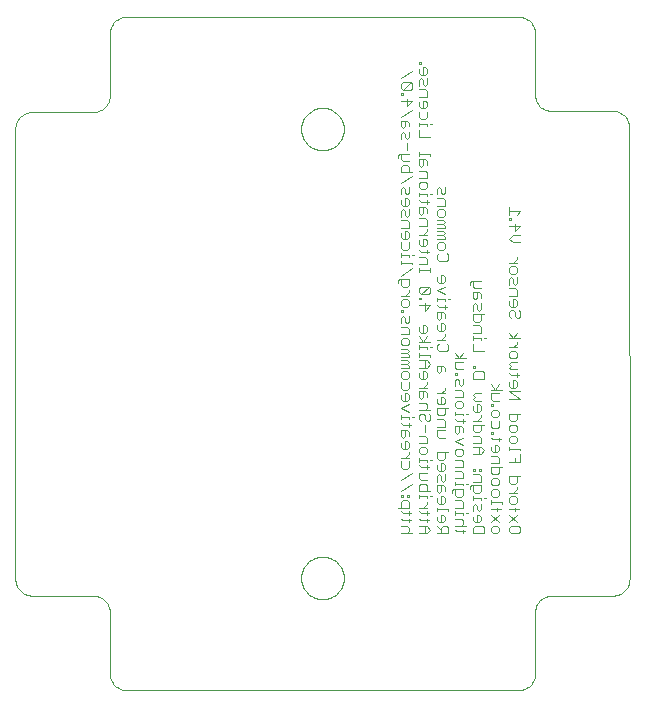
<source format=gbo>
G75*
%MOIN*%
%OFA0B0*%
%FSLAX24Y24*%
%IPPOS*%
%LPD*%
%AMOC8*
5,1,8,0,0,1.08239X$1,22.5*
%
%ADD10C,0.0000*%
%ADD11C,0.0030*%
D10*
X003547Y002773D02*
X003545Y002819D01*
X003539Y002865D01*
X003530Y002910D01*
X003517Y002954D01*
X003500Y002997D01*
X003480Y003038D01*
X003456Y003078D01*
X003430Y003115D01*
X003400Y003150D01*
X003367Y003183D01*
X003332Y003213D01*
X003295Y003239D01*
X003255Y003263D01*
X003214Y003283D01*
X003171Y003300D01*
X003127Y003313D01*
X003082Y003322D01*
X003036Y003328D01*
X002990Y003330D01*
X000954Y003330D01*
X000954Y003329D02*
X000908Y003331D01*
X000862Y003337D01*
X000817Y003346D01*
X000773Y003359D01*
X000730Y003376D01*
X000689Y003396D01*
X000649Y003420D01*
X000612Y003446D01*
X000577Y003476D01*
X000544Y003509D01*
X000514Y003544D01*
X000488Y003581D01*
X000464Y003621D01*
X000444Y003662D01*
X000427Y003705D01*
X000414Y003749D01*
X000405Y003794D01*
X000399Y003840D01*
X000397Y003886D01*
X000397Y018907D01*
X000398Y018907D02*
X000400Y018952D01*
X000405Y018996D01*
X000415Y019040D01*
X000427Y019082D01*
X000443Y019124D01*
X000463Y019164D01*
X000486Y019202D01*
X000512Y019239D01*
X000541Y019273D01*
X000572Y019304D01*
X000606Y019333D01*
X000643Y019359D01*
X000681Y019382D01*
X000721Y019402D01*
X000763Y019418D01*
X000805Y019430D01*
X000849Y019440D01*
X000893Y019445D01*
X000938Y019447D01*
X000938Y019448D02*
X002973Y019448D01*
X002973Y019447D02*
X003018Y019449D01*
X003063Y019454D01*
X003107Y019463D01*
X003150Y019475D01*
X003193Y019491D01*
X003234Y019510D01*
X003273Y019532D01*
X003310Y019557D01*
X003346Y019585D01*
X003379Y019615D01*
X003409Y019648D01*
X003437Y019684D01*
X003462Y019721D01*
X003484Y019760D01*
X003503Y019801D01*
X003519Y019844D01*
X003531Y019887D01*
X003540Y019931D01*
X003545Y019976D01*
X003547Y020021D01*
X003547Y022064D01*
X003549Y022110D01*
X003555Y022156D01*
X003564Y022201D01*
X003577Y022245D01*
X003594Y022288D01*
X003614Y022329D01*
X003638Y022369D01*
X003664Y022406D01*
X003694Y022441D01*
X003727Y022474D01*
X003762Y022504D01*
X003799Y022530D01*
X003839Y022554D01*
X003880Y022574D01*
X003923Y022591D01*
X003967Y022604D01*
X004012Y022613D01*
X004058Y022619D01*
X004104Y022621D01*
X017164Y022621D01*
X017210Y022619D01*
X017256Y022613D01*
X017301Y022604D01*
X017345Y022591D01*
X017388Y022574D01*
X017429Y022554D01*
X017469Y022530D01*
X017506Y022504D01*
X017541Y022474D01*
X017574Y022441D01*
X017604Y022406D01*
X017630Y022369D01*
X017654Y022329D01*
X017674Y022288D01*
X017691Y022245D01*
X017704Y022201D01*
X017713Y022156D01*
X017719Y022110D01*
X017721Y022064D01*
X017720Y022064D02*
X017720Y020033D01*
X017722Y019988D01*
X017727Y019943D01*
X017737Y019899D01*
X017750Y019856D01*
X017766Y019814D01*
X017786Y019773D01*
X017809Y019734D01*
X017835Y019698D01*
X017864Y019663D01*
X017896Y019631D01*
X017931Y019602D01*
X017967Y019576D01*
X018006Y019553D01*
X018047Y019533D01*
X018089Y019517D01*
X018132Y019504D01*
X018176Y019494D01*
X018221Y019489D01*
X018266Y019487D01*
X020300Y019487D01*
X020299Y019487D02*
X020346Y019485D01*
X020392Y019479D01*
X020437Y019470D01*
X020482Y019456D01*
X020525Y019439D01*
X020567Y019419D01*
X020607Y019395D01*
X020645Y019368D01*
X020680Y019338D01*
X020713Y019305D01*
X020743Y019270D01*
X020770Y019232D01*
X020794Y019192D01*
X020815Y019150D01*
X020832Y019107D01*
X020845Y019062D01*
X020854Y019017D01*
X020860Y018970D01*
X020862Y018924D01*
X020870Y003888D01*
X020870Y003887D02*
X020868Y003841D01*
X020863Y003795D01*
X020853Y003750D01*
X020840Y003706D01*
X020823Y003663D01*
X020803Y003622D01*
X020780Y003582D01*
X020753Y003544D01*
X020723Y003509D01*
X020691Y003477D01*
X020656Y003447D01*
X020618Y003420D01*
X020578Y003396D01*
X020537Y003376D01*
X020494Y003359D01*
X020450Y003346D01*
X020405Y003337D01*
X020359Y003331D01*
X020313Y003329D01*
X020313Y003330D02*
X018277Y003330D01*
X018231Y003328D01*
X018185Y003322D01*
X018140Y003313D01*
X018096Y003300D01*
X018053Y003283D01*
X018012Y003263D01*
X017972Y003239D01*
X017935Y003213D01*
X017900Y003183D01*
X017867Y003150D01*
X017837Y003115D01*
X017811Y003078D01*
X017787Y003038D01*
X017767Y002997D01*
X017750Y002954D01*
X017737Y002910D01*
X017728Y002865D01*
X017722Y002819D01*
X017720Y002773D01*
X017720Y000737D01*
X017721Y000737D02*
X017719Y000691D01*
X017713Y000645D01*
X017704Y000600D01*
X017691Y000556D01*
X017674Y000513D01*
X017654Y000472D01*
X017630Y000432D01*
X017604Y000395D01*
X017574Y000360D01*
X017541Y000327D01*
X017506Y000297D01*
X017469Y000271D01*
X017429Y000247D01*
X017388Y000227D01*
X017345Y000210D01*
X017301Y000197D01*
X017256Y000188D01*
X017210Y000182D01*
X017164Y000180D01*
X004104Y000180D01*
X004058Y000182D01*
X004012Y000188D01*
X003967Y000197D01*
X003923Y000210D01*
X003880Y000227D01*
X003839Y000247D01*
X003799Y000271D01*
X003762Y000297D01*
X003727Y000327D01*
X003694Y000360D01*
X003664Y000395D01*
X003638Y000432D01*
X003614Y000472D01*
X003594Y000513D01*
X003577Y000556D01*
X003564Y000600D01*
X003555Y000645D01*
X003549Y000691D01*
X003547Y000737D01*
X003547Y002773D01*
X009925Y003920D02*
X009927Y003973D01*
X009933Y004026D01*
X009943Y004078D01*
X009956Y004129D01*
X009974Y004179D01*
X009995Y004228D01*
X010020Y004275D01*
X010048Y004319D01*
X010080Y004362D01*
X010114Y004402D01*
X010152Y004440D01*
X010192Y004474D01*
X010235Y004506D01*
X010280Y004534D01*
X010326Y004559D01*
X010375Y004580D01*
X010425Y004598D01*
X010476Y004611D01*
X010528Y004621D01*
X010581Y004627D01*
X010634Y004629D01*
X010687Y004627D01*
X010740Y004621D01*
X010792Y004611D01*
X010843Y004598D01*
X010893Y004580D01*
X010942Y004559D01*
X010989Y004534D01*
X011033Y004506D01*
X011076Y004474D01*
X011116Y004440D01*
X011154Y004402D01*
X011188Y004362D01*
X011220Y004319D01*
X011248Y004274D01*
X011273Y004228D01*
X011294Y004179D01*
X011312Y004129D01*
X011325Y004078D01*
X011335Y004026D01*
X011341Y003973D01*
X011343Y003920D01*
X011341Y003867D01*
X011335Y003814D01*
X011325Y003762D01*
X011312Y003711D01*
X011294Y003661D01*
X011273Y003612D01*
X011248Y003565D01*
X011220Y003521D01*
X011188Y003478D01*
X011154Y003438D01*
X011116Y003400D01*
X011076Y003366D01*
X011033Y003334D01*
X010988Y003306D01*
X010942Y003281D01*
X010893Y003260D01*
X010843Y003242D01*
X010792Y003229D01*
X010740Y003219D01*
X010687Y003213D01*
X010634Y003211D01*
X010581Y003213D01*
X010528Y003219D01*
X010476Y003229D01*
X010425Y003242D01*
X010375Y003260D01*
X010326Y003281D01*
X010279Y003306D01*
X010235Y003334D01*
X010192Y003366D01*
X010152Y003400D01*
X010114Y003438D01*
X010080Y003478D01*
X010048Y003521D01*
X010020Y003566D01*
X009995Y003612D01*
X009974Y003661D01*
X009956Y003711D01*
X009943Y003762D01*
X009933Y003814D01*
X009927Y003867D01*
X009925Y003920D01*
X009925Y018881D02*
X009927Y018934D01*
X009933Y018987D01*
X009943Y019039D01*
X009956Y019090D01*
X009974Y019140D01*
X009995Y019189D01*
X010020Y019236D01*
X010048Y019280D01*
X010080Y019323D01*
X010114Y019363D01*
X010152Y019401D01*
X010192Y019435D01*
X010235Y019467D01*
X010280Y019495D01*
X010326Y019520D01*
X010375Y019541D01*
X010425Y019559D01*
X010476Y019572D01*
X010528Y019582D01*
X010581Y019588D01*
X010634Y019590D01*
X010687Y019588D01*
X010740Y019582D01*
X010792Y019572D01*
X010843Y019559D01*
X010893Y019541D01*
X010942Y019520D01*
X010989Y019495D01*
X011033Y019467D01*
X011076Y019435D01*
X011116Y019401D01*
X011154Y019363D01*
X011188Y019323D01*
X011220Y019280D01*
X011248Y019235D01*
X011273Y019189D01*
X011294Y019140D01*
X011312Y019090D01*
X011325Y019039D01*
X011335Y018987D01*
X011341Y018934D01*
X011343Y018881D01*
X011341Y018828D01*
X011335Y018775D01*
X011325Y018723D01*
X011312Y018672D01*
X011294Y018622D01*
X011273Y018573D01*
X011248Y018526D01*
X011220Y018482D01*
X011188Y018439D01*
X011154Y018399D01*
X011116Y018361D01*
X011076Y018327D01*
X011033Y018295D01*
X010988Y018267D01*
X010942Y018242D01*
X010893Y018221D01*
X010843Y018203D01*
X010792Y018190D01*
X010740Y018180D01*
X010687Y018174D01*
X010634Y018172D01*
X010581Y018174D01*
X010528Y018180D01*
X010476Y018190D01*
X010425Y018203D01*
X010375Y018221D01*
X010326Y018242D01*
X010279Y018267D01*
X010235Y018295D01*
X010192Y018327D01*
X010152Y018361D01*
X010114Y018399D01*
X010080Y018439D01*
X010048Y018482D01*
X010020Y018527D01*
X009995Y018573D01*
X009974Y018622D01*
X009956Y018672D01*
X009943Y018723D01*
X009933Y018775D01*
X009927Y018828D01*
X009925Y018881D01*
D11*
X013139Y017993D02*
X013139Y017931D01*
X013139Y017993D02*
X013201Y018054D01*
X013510Y018054D01*
X013448Y018176D02*
X013448Y018423D01*
X013448Y018544D02*
X013510Y018606D01*
X013510Y018791D01*
X013386Y018729D02*
X013386Y018606D01*
X013448Y018544D01*
X013263Y018544D02*
X013263Y018729D01*
X013325Y018791D01*
X013386Y018729D01*
X013325Y018912D02*
X013386Y018974D01*
X013386Y019159D01*
X013448Y019159D02*
X013263Y019159D01*
X013263Y018974D01*
X013325Y018912D01*
X013510Y018974D02*
X013510Y019098D01*
X013448Y019159D01*
X013263Y019281D02*
X013633Y019528D01*
X013448Y019649D02*
X013448Y019896D01*
X013325Y020017D02*
X013325Y020079D01*
X013263Y020079D01*
X013263Y020017D01*
X013325Y020017D01*
X013325Y020202D02*
X013263Y020263D01*
X013263Y020387D01*
X013325Y020448D01*
X013571Y020448D01*
X013325Y020202D01*
X013571Y020202D01*
X013633Y020263D01*
X013633Y020387D01*
X013571Y020448D01*
X013863Y020509D02*
X013925Y020571D01*
X013986Y020509D01*
X013986Y020386D01*
X014048Y020324D01*
X014110Y020386D01*
X014110Y020571D01*
X014048Y020693D02*
X014110Y020754D01*
X014110Y020878D01*
X014048Y020940D01*
X013986Y020940D01*
X013986Y020693D01*
X013925Y020693D02*
X014048Y020693D01*
X013925Y020693D02*
X013863Y020754D01*
X013863Y020878D01*
X013863Y021061D02*
X013863Y021123D01*
X013925Y021123D01*
X013925Y021061D01*
X013863Y021061D01*
X013633Y020817D02*
X013263Y020570D01*
X013863Y020509D02*
X013863Y020324D01*
X013863Y020203D02*
X014048Y020203D01*
X014110Y020141D01*
X014110Y019956D01*
X013863Y019956D01*
X013986Y019835D02*
X013986Y019588D01*
X013925Y019588D02*
X014048Y019588D01*
X014110Y019649D01*
X014110Y019773D01*
X014048Y019835D01*
X013986Y019835D01*
X013863Y019773D02*
X013863Y019649D01*
X013925Y019588D01*
X013863Y019466D02*
X013863Y019281D01*
X013925Y019219D01*
X014048Y019219D01*
X014110Y019281D01*
X014110Y019466D01*
X014110Y019036D02*
X013863Y019036D01*
X013863Y019097D02*
X013863Y018974D01*
X013863Y018852D02*
X013863Y018606D01*
X014233Y018606D01*
X014110Y018974D02*
X014110Y019036D01*
X014233Y019036D02*
X014295Y019036D01*
X013633Y019834D02*
X013448Y019649D01*
X013263Y019834D02*
X013633Y019834D01*
X013863Y018115D02*
X013863Y017992D01*
X013863Y018053D02*
X014233Y018053D01*
X014233Y017992D01*
X014110Y017809D02*
X014110Y017685D01*
X014110Y017809D02*
X014048Y017870D01*
X013863Y017870D01*
X013863Y017685D01*
X013925Y017623D01*
X013986Y017685D01*
X013986Y017870D01*
X014048Y017502D02*
X013863Y017502D01*
X014048Y017502D02*
X014110Y017440D01*
X014110Y017255D01*
X013863Y017255D01*
X013925Y017134D02*
X014048Y017134D01*
X014110Y017072D01*
X014110Y016948D01*
X014048Y016887D01*
X013925Y016887D01*
X013863Y016948D01*
X013863Y017072D01*
X013925Y017134D01*
X013633Y017318D02*
X013263Y017071D01*
X013325Y016949D02*
X013263Y016888D01*
X013263Y016703D01*
X013386Y016764D02*
X013386Y016888D01*
X013325Y016949D01*
X013510Y016949D02*
X013510Y016764D01*
X013448Y016703D01*
X013386Y016764D01*
X013386Y016581D02*
X013386Y016334D01*
X013325Y016334D02*
X013448Y016334D01*
X013510Y016396D01*
X013510Y016519D01*
X013448Y016581D01*
X013386Y016581D01*
X013263Y016519D02*
X013263Y016396D01*
X013325Y016334D01*
X013325Y016213D02*
X013386Y016151D01*
X013386Y016028D01*
X013448Y015966D01*
X013510Y016028D01*
X013510Y016213D01*
X013325Y016213D02*
X013263Y016151D01*
X013263Y015966D01*
X013263Y015845D02*
X013448Y015845D01*
X013510Y015783D01*
X013510Y015598D01*
X013263Y015598D01*
X013386Y015476D02*
X013386Y015229D01*
X013325Y015229D02*
X013448Y015229D01*
X013510Y015291D01*
X013510Y015414D01*
X013448Y015476D01*
X013386Y015476D01*
X013263Y015414D02*
X013263Y015291D01*
X013325Y015229D01*
X013263Y015108D02*
X013263Y014923D01*
X013325Y014861D01*
X013448Y014861D01*
X013510Y014923D01*
X013510Y015108D01*
X013863Y015169D02*
X013863Y015045D01*
X013925Y014984D01*
X014048Y014984D01*
X014110Y015045D01*
X014110Y015169D01*
X014048Y015231D01*
X013986Y015231D01*
X013986Y014984D01*
X013863Y014862D02*
X013925Y014800D01*
X014171Y014800D01*
X014110Y014738D02*
X014110Y014862D01*
X014048Y014617D02*
X013863Y014617D01*
X013695Y014677D02*
X013633Y014677D01*
X013510Y014677D02*
X013263Y014677D01*
X013263Y014615D02*
X013263Y014739D01*
X013263Y014493D02*
X013263Y014370D01*
X013263Y014432D02*
X013633Y014432D01*
X013633Y014370D01*
X013633Y014248D02*
X013263Y014002D01*
X013263Y013880D02*
X013263Y013695D01*
X013325Y013633D01*
X013448Y013633D01*
X013510Y013695D01*
X013510Y013880D01*
X013201Y013880D01*
X013139Y013818D01*
X013139Y013757D01*
X013510Y013512D02*
X013510Y013450D01*
X013386Y013326D01*
X013263Y013326D02*
X013510Y013326D01*
X013448Y013205D02*
X013510Y013143D01*
X013510Y013020D01*
X013448Y012958D01*
X013325Y012958D01*
X013263Y013020D01*
X013263Y013143D01*
X013325Y013205D01*
X013448Y013205D01*
X013325Y012836D02*
X013263Y012836D01*
X013263Y012774D01*
X013325Y012774D01*
X013325Y012836D01*
X013325Y012652D02*
X013263Y012591D01*
X013263Y012406D01*
X013263Y012284D02*
X013448Y012284D01*
X013510Y012222D01*
X013510Y012037D01*
X013263Y012037D01*
X013325Y011916D02*
X013263Y011854D01*
X013263Y011731D01*
X013325Y011669D01*
X013448Y011669D01*
X013510Y011731D01*
X013510Y011854D01*
X013448Y011916D01*
X013325Y011916D01*
X013263Y011548D02*
X013448Y011548D01*
X013510Y011486D01*
X013448Y011424D01*
X013263Y011424D01*
X013263Y011301D02*
X013510Y011301D01*
X013510Y011362D01*
X013448Y011424D01*
X013448Y011179D02*
X013263Y011179D01*
X013263Y011056D02*
X013448Y011056D01*
X013510Y011117D01*
X013448Y011179D01*
X013448Y011056D02*
X013510Y010994D01*
X013510Y010932D01*
X013263Y010932D01*
X013325Y010811D02*
X013263Y010749D01*
X013263Y010626D01*
X013325Y010564D01*
X013448Y010564D01*
X013510Y010626D01*
X013510Y010749D01*
X013448Y010811D01*
X013325Y010811D01*
X013263Y010443D02*
X013263Y010257D01*
X013325Y010196D01*
X013448Y010196D01*
X013510Y010257D01*
X013510Y010443D01*
X013448Y010074D02*
X013386Y010074D01*
X013386Y009827D01*
X013325Y009827D02*
X013448Y009827D01*
X013510Y009889D01*
X013510Y010013D01*
X013448Y010074D01*
X013263Y010013D02*
X013263Y009889D01*
X013325Y009827D01*
X013510Y009706D02*
X013263Y009582D01*
X013510Y009459D01*
X013510Y009275D02*
X013263Y009275D01*
X013263Y009214D02*
X013263Y009337D01*
X013263Y009091D02*
X013325Y009030D01*
X013571Y009030D01*
X013510Y008968D02*
X013510Y009091D01*
X013510Y009214D02*
X013510Y009275D01*
X013633Y009275D02*
X013695Y009275D01*
X013863Y009214D02*
X013925Y009152D01*
X013863Y009214D02*
X013863Y009337D01*
X013925Y009399D01*
X013986Y009399D01*
X014048Y009337D01*
X014048Y009214D01*
X014110Y009152D01*
X014171Y009152D01*
X014233Y009214D01*
X014233Y009337D01*
X014171Y009399D01*
X014233Y009520D02*
X013863Y009520D01*
X014048Y009520D02*
X014110Y009582D01*
X014110Y009706D01*
X014048Y009767D01*
X013863Y009767D01*
X013925Y009889D02*
X013986Y009950D01*
X013986Y010136D01*
X014048Y010136D02*
X013863Y010136D01*
X013863Y009950D01*
X013925Y009889D01*
X014110Y009950D02*
X014110Y010074D01*
X014048Y010136D01*
X013986Y010257D02*
X014110Y010381D01*
X014110Y010442D01*
X014048Y010564D02*
X013925Y010564D01*
X013863Y010626D01*
X013863Y010749D01*
X013986Y010811D02*
X013986Y010564D01*
X014048Y010564D02*
X014110Y010626D01*
X014110Y010749D01*
X014048Y010811D01*
X013986Y010811D01*
X014048Y010932D02*
X014048Y011179D01*
X014110Y011179D02*
X013863Y011179D01*
X013863Y011301D02*
X013863Y011424D01*
X013863Y011362D02*
X014233Y011362D01*
X014233Y011301D01*
X014110Y011179D02*
X014233Y011056D01*
X014110Y010932D01*
X013863Y010932D01*
X014463Y010995D02*
X014463Y010810D01*
X014525Y010748D01*
X014586Y010810D01*
X014586Y010995D01*
X014648Y010995D02*
X014463Y010995D01*
X014648Y010995D02*
X014710Y010933D01*
X014710Y010810D01*
X015063Y010748D02*
X015063Y010687D01*
X015125Y010687D01*
X015125Y010748D01*
X015063Y010748D01*
X015125Y010871D02*
X015063Y010933D01*
X015063Y011118D01*
X015310Y011118D01*
X015433Y011239D02*
X015063Y011239D01*
X015186Y011239D02*
X015063Y011424D01*
X015186Y011239D02*
X015310Y011424D01*
X015663Y011485D02*
X015663Y011732D01*
X015663Y011853D02*
X015663Y011977D01*
X015663Y011915D02*
X015910Y011915D01*
X015910Y011853D01*
X016033Y011915D02*
X016095Y011915D01*
X015910Y012099D02*
X015910Y012284D01*
X015848Y012346D01*
X015663Y012346D01*
X015725Y012467D02*
X015848Y012467D01*
X015910Y012529D01*
X015910Y012714D01*
X016033Y012714D02*
X015663Y012714D01*
X015663Y012529D01*
X015725Y012467D01*
X015663Y012099D02*
X015910Y012099D01*
X016033Y011485D02*
X015663Y011485D01*
X015663Y010994D02*
X015663Y010932D01*
X015725Y010932D01*
X015725Y010994D01*
X015663Y010994D01*
X015725Y010811D02*
X015971Y010811D01*
X016033Y010749D01*
X016033Y010564D01*
X015663Y010564D01*
X015663Y010749D01*
X015725Y010811D01*
X015310Y010871D02*
X015125Y010871D01*
X015125Y010565D02*
X015063Y010504D01*
X015063Y010318D01*
X015063Y010197D02*
X015248Y010197D01*
X015310Y010135D01*
X015310Y009950D01*
X015063Y009950D01*
X015125Y009829D02*
X015063Y009767D01*
X015063Y009644D01*
X015125Y009582D01*
X015248Y009582D01*
X015310Y009644D01*
X015310Y009767D01*
X015248Y009829D01*
X015125Y009829D01*
X015063Y009460D02*
X015063Y009336D01*
X015063Y009398D02*
X015310Y009398D01*
X015310Y009336D01*
X015310Y009214D02*
X015310Y009091D01*
X015371Y009152D02*
X015125Y009152D01*
X015063Y009214D01*
X015063Y008969D02*
X015063Y008784D01*
X015125Y008722D01*
X015186Y008784D01*
X015186Y008969D01*
X015248Y008969D02*
X015063Y008969D01*
X015248Y008969D02*
X015310Y008908D01*
X015310Y008784D01*
X015310Y008601D02*
X015063Y008478D01*
X015310Y008354D01*
X015248Y008233D02*
X015310Y008171D01*
X015310Y008048D01*
X015248Y007986D01*
X015125Y007986D01*
X015063Y008048D01*
X015063Y008171D01*
X015125Y008233D01*
X015248Y008233D01*
X015248Y007864D02*
X015063Y007864D01*
X015248Y007864D02*
X015310Y007803D01*
X015310Y007617D01*
X015063Y007617D01*
X015063Y007496D02*
X015248Y007496D01*
X015310Y007434D01*
X015310Y007249D01*
X015063Y007249D01*
X015063Y007127D02*
X015063Y007004D01*
X015063Y007065D02*
X015310Y007065D01*
X015310Y007004D01*
X015310Y006882D02*
X015310Y006697D01*
X015248Y006635D01*
X015125Y006635D01*
X015063Y006697D01*
X015063Y006882D01*
X015001Y006882D02*
X015310Y006882D01*
X015433Y007065D02*
X015495Y007065D01*
X015601Y007005D02*
X015539Y006943D01*
X015539Y006882D01*
X015601Y007005D02*
X015910Y007005D01*
X015910Y006820D01*
X015848Y006758D01*
X015725Y006758D01*
X015663Y006820D01*
X015663Y007005D01*
X015663Y007126D02*
X015910Y007126D01*
X015910Y007312D01*
X015848Y007373D01*
X015663Y007373D01*
X015663Y007495D02*
X015725Y007495D01*
X015725Y007556D01*
X015663Y007556D01*
X015663Y007495D01*
X015848Y007495D02*
X015848Y007556D01*
X015910Y007556D01*
X015910Y007495D01*
X015848Y007495D01*
X016263Y007434D02*
X016325Y007372D01*
X016448Y007372D01*
X016510Y007434D01*
X016510Y007619D01*
X016510Y007740D02*
X016510Y007925D01*
X016448Y007987D01*
X016263Y007987D01*
X016325Y008109D02*
X016448Y008109D01*
X016510Y008170D01*
X016510Y008294D01*
X016448Y008355D01*
X016386Y008355D01*
X016386Y008109D01*
X016325Y008109D02*
X016263Y008170D01*
X016263Y008294D01*
X016325Y008539D02*
X016263Y008600D01*
X016325Y008539D02*
X016571Y008539D01*
X016510Y008477D02*
X016510Y008600D01*
X016325Y008722D02*
X016325Y008784D01*
X016263Y008784D01*
X016263Y008722D01*
X016325Y008722D01*
X016325Y008907D02*
X016263Y008968D01*
X016263Y009153D01*
X016325Y009275D02*
X016263Y009337D01*
X016263Y009460D01*
X016325Y009522D01*
X016448Y009522D01*
X016510Y009460D01*
X016510Y009337D01*
X016448Y009275D01*
X016325Y009275D01*
X016510Y009153D02*
X016510Y008968D01*
X016448Y008907D01*
X016325Y008907D01*
X016033Y009031D02*
X015663Y009031D01*
X015663Y008846D01*
X015725Y008784D01*
X015848Y008784D01*
X015910Y008846D01*
X015910Y009031D01*
X015910Y009152D02*
X015663Y009152D01*
X015786Y009152D02*
X015910Y009276D01*
X015910Y009337D01*
X015848Y009459D02*
X015725Y009459D01*
X015663Y009521D01*
X015663Y009644D01*
X015786Y009706D02*
X015786Y009459D01*
X015848Y009459D02*
X015910Y009521D01*
X015910Y009644D01*
X015848Y009706D01*
X015786Y009706D01*
X015725Y009827D02*
X015663Y009889D01*
X015725Y009951D01*
X015663Y010013D01*
X015725Y010074D01*
X015910Y010074D01*
X015910Y009827D02*
X015725Y009827D01*
X015495Y009398D02*
X015433Y009398D01*
X014833Y009583D02*
X014463Y009583D01*
X014463Y009398D01*
X014525Y009336D01*
X014648Y009336D01*
X014710Y009398D01*
X014710Y009583D01*
X014648Y009705D02*
X014710Y009766D01*
X014710Y009890D01*
X014648Y009951D01*
X014586Y009951D01*
X014586Y009705D01*
X014525Y009705D02*
X014648Y009705D01*
X014525Y009705D02*
X014463Y009766D01*
X014463Y009890D01*
X014463Y010073D02*
X014710Y010073D01*
X014710Y010196D02*
X014710Y010258D01*
X014710Y010196D02*
X014586Y010073D01*
X014110Y010257D02*
X013863Y010257D01*
X014463Y009215D02*
X014648Y009215D01*
X014710Y009153D01*
X014710Y008968D01*
X014463Y008968D01*
X014463Y008847D02*
X014710Y008847D01*
X014463Y008847D02*
X014463Y008661D01*
X014525Y008600D01*
X014710Y008600D01*
X014710Y008110D02*
X014710Y007925D01*
X014648Y007863D01*
X014525Y007863D01*
X014463Y007925D01*
X014463Y008110D01*
X014833Y008110D01*
X014648Y007742D02*
X014586Y007742D01*
X014586Y007495D01*
X014525Y007495D02*
X014648Y007495D01*
X014710Y007556D01*
X014710Y007680D01*
X014648Y007742D01*
X014463Y007680D02*
X014463Y007556D01*
X014525Y007495D01*
X014525Y007373D02*
X014586Y007312D01*
X014586Y007188D01*
X014648Y007126D01*
X014710Y007188D01*
X014710Y007373D01*
X014525Y007373D02*
X014463Y007312D01*
X014463Y007126D01*
X014463Y007005D02*
X014463Y006820D01*
X014525Y006758D01*
X014586Y006820D01*
X014586Y007005D01*
X014648Y007005D02*
X014463Y007005D01*
X014648Y007005D02*
X014710Y006943D01*
X014710Y006820D01*
X014648Y006637D02*
X014586Y006637D01*
X014586Y006390D01*
X014525Y006390D02*
X014648Y006390D01*
X014710Y006451D01*
X014710Y006575D01*
X014648Y006637D01*
X014463Y006575D02*
X014463Y006451D01*
X014525Y006390D01*
X014463Y006268D02*
X014463Y006144D01*
X014463Y006206D02*
X014833Y006206D01*
X014833Y006144D01*
X014710Y005961D02*
X014648Y006023D01*
X014586Y006023D01*
X014586Y005776D01*
X014525Y005776D02*
X014648Y005776D01*
X014710Y005838D01*
X014710Y005961D01*
X014463Y005961D02*
X014463Y005838D01*
X014525Y005776D01*
X014463Y005654D02*
X014586Y005531D01*
X014586Y005593D02*
X014586Y005408D01*
X014463Y005408D02*
X014833Y005408D01*
X014833Y005593D01*
X014771Y005654D01*
X014648Y005654D01*
X014586Y005593D01*
X014233Y005531D02*
X014110Y005654D01*
X013863Y005654D01*
X014048Y005654D02*
X014048Y005408D01*
X014110Y005408D02*
X014233Y005531D01*
X014110Y005408D02*
X013863Y005408D01*
X013633Y005408D02*
X013263Y005408D01*
X013448Y005408D02*
X013510Y005469D01*
X013510Y005593D01*
X013448Y005654D01*
X013263Y005654D01*
X013325Y005838D02*
X013263Y005899D01*
X013325Y005838D02*
X013571Y005838D01*
X013510Y005776D02*
X013510Y005899D01*
X013510Y006021D02*
X013510Y006145D01*
X013571Y006083D02*
X013325Y006083D01*
X013263Y006145D01*
X013263Y006267D02*
X013263Y006452D01*
X013325Y006514D01*
X013448Y006514D01*
X013510Y006452D01*
X013510Y006267D01*
X013139Y006267D01*
X013263Y006635D02*
X013325Y006635D01*
X013325Y006697D01*
X013263Y006697D01*
X013263Y006635D01*
X013263Y006819D02*
X013633Y007066D01*
X013863Y007005D02*
X013863Y006819D01*
X014233Y006819D01*
X014110Y006819D02*
X014110Y007005D01*
X014048Y007066D01*
X013925Y007066D01*
X013863Y007005D01*
X013925Y007188D02*
X013863Y007250D01*
X013863Y007435D01*
X014110Y007435D01*
X014110Y007556D02*
X014110Y007680D01*
X014171Y007618D02*
X013925Y007618D01*
X013863Y007680D01*
X013863Y007802D02*
X013863Y007925D01*
X013863Y007863D02*
X014110Y007863D01*
X014110Y007802D01*
X014233Y007863D02*
X014295Y007863D01*
X014110Y008109D02*
X014048Y008047D01*
X013925Y008047D01*
X013863Y008109D01*
X013863Y008232D01*
X013925Y008294D01*
X014048Y008294D01*
X014110Y008232D01*
X014110Y008109D01*
X014110Y008415D02*
X013863Y008415D01*
X014110Y008415D02*
X014110Y008601D01*
X014048Y008662D01*
X013863Y008662D01*
X014048Y008784D02*
X014048Y009031D01*
X013510Y008785D02*
X013510Y008661D01*
X013386Y008661D02*
X013386Y008847D01*
X013448Y008847D02*
X013263Y008847D01*
X013263Y008661D01*
X013325Y008600D01*
X013386Y008661D01*
X013510Y008785D02*
X013448Y008847D01*
X013448Y008478D02*
X013386Y008478D01*
X013386Y008231D01*
X013325Y008231D02*
X013448Y008231D01*
X013510Y008293D01*
X013510Y008416D01*
X013448Y008478D01*
X013263Y008416D02*
X013263Y008293D01*
X013325Y008231D01*
X013510Y008110D02*
X013510Y008048D01*
X013386Y007924D01*
X013263Y007924D02*
X013510Y007924D01*
X013510Y007803D02*
X013510Y007618D01*
X013448Y007556D01*
X013325Y007556D01*
X013263Y007618D01*
X013263Y007803D01*
X013633Y007435D02*
X013263Y007188D01*
X013448Y006697D02*
X013448Y006635D01*
X013510Y006635D01*
X013510Y006697D01*
X013448Y006697D01*
X013863Y006697D02*
X013863Y006574D01*
X013863Y006636D02*
X014110Y006636D01*
X014110Y006574D01*
X014110Y006452D02*
X014110Y006390D01*
X013986Y006267D01*
X013863Y006267D02*
X014110Y006267D01*
X014110Y006145D02*
X014110Y006021D01*
X014171Y006083D02*
X013925Y006083D01*
X013863Y006145D01*
X013863Y005899D02*
X013925Y005838D01*
X014171Y005838D01*
X014110Y005776D02*
X014110Y005899D01*
X014233Y006636D02*
X014295Y006636D01*
X014110Y007188D02*
X013925Y007188D01*
X014939Y006820D02*
X015001Y006882D01*
X014939Y006820D02*
X014939Y006759D01*
X015063Y006514D02*
X015248Y006514D01*
X015310Y006452D01*
X015310Y006267D01*
X015063Y006267D01*
X015063Y006145D02*
X015063Y006021D01*
X015063Y006083D02*
X015310Y006083D01*
X015310Y006021D01*
X015248Y005900D02*
X015063Y005900D01*
X015248Y005900D02*
X015310Y005838D01*
X015310Y005715D01*
X015248Y005653D01*
X015310Y005531D02*
X015310Y005408D01*
X015371Y005469D02*
X015125Y005469D01*
X015063Y005531D01*
X015063Y005653D02*
X015433Y005653D01*
X015663Y005593D02*
X015663Y005408D01*
X016033Y005408D01*
X016033Y005593D01*
X015971Y005654D01*
X015725Y005654D01*
X015663Y005593D01*
X015725Y005776D02*
X015848Y005776D01*
X015910Y005838D01*
X015910Y005961D01*
X015848Y006023D01*
X015786Y006023D01*
X015786Y005776D01*
X015725Y005776D02*
X015663Y005838D01*
X015663Y005961D01*
X015663Y006144D02*
X015663Y006329D01*
X015725Y006391D01*
X015786Y006329D01*
X015786Y006206D01*
X015848Y006144D01*
X015910Y006206D01*
X015910Y006391D01*
X015910Y006513D02*
X015910Y006574D01*
X015663Y006574D01*
X015663Y006513D02*
X015663Y006636D01*
X016033Y006574D02*
X016095Y006574D01*
X016263Y006513D02*
X016263Y006390D01*
X016263Y006451D02*
X016633Y006451D01*
X016633Y006390D01*
X016633Y006268D02*
X016571Y006206D01*
X016263Y006206D01*
X016263Y006023D02*
X016510Y005776D01*
X016448Y005654D02*
X016510Y005593D01*
X016510Y005469D01*
X016448Y005408D01*
X016325Y005408D01*
X016263Y005469D01*
X016263Y005593D01*
X016325Y005654D01*
X016448Y005654D01*
X016263Y005776D02*
X016510Y006023D01*
X016448Y006144D02*
X016448Y006268D01*
X016448Y006635D02*
X016325Y006635D01*
X016263Y006697D01*
X016263Y006820D01*
X016325Y006882D01*
X016448Y006882D01*
X016510Y006820D01*
X016510Y006697D01*
X016448Y006635D01*
X016448Y007004D02*
X016325Y007004D01*
X016263Y007065D01*
X016263Y007189D01*
X016325Y007251D01*
X016448Y007251D01*
X016510Y007189D01*
X016510Y007065D01*
X016448Y007004D01*
X016863Y007127D02*
X016863Y007312D01*
X017233Y007312D01*
X017110Y007312D02*
X017110Y007127D01*
X017048Y007065D01*
X016925Y007065D01*
X016863Y007127D01*
X017110Y006943D02*
X017110Y006882D01*
X016986Y006758D01*
X016863Y006758D02*
X017110Y006758D01*
X017048Y006637D02*
X017110Y006575D01*
X017110Y006451D01*
X017048Y006390D01*
X016925Y006390D01*
X016863Y006451D01*
X016863Y006575D01*
X016925Y006637D01*
X017048Y006637D01*
X017048Y006268D02*
X017048Y006144D01*
X017110Y006023D02*
X016863Y005776D01*
X016925Y005654D02*
X017171Y005654D01*
X017233Y005593D01*
X017233Y005469D01*
X017171Y005408D01*
X016925Y005408D01*
X016863Y005469D01*
X016863Y005593D01*
X016925Y005654D01*
X017110Y005776D02*
X016863Y006023D01*
X016863Y006206D02*
X017171Y006206D01*
X017233Y006268D01*
X016263Y007434D02*
X016263Y007619D01*
X016633Y007619D01*
X016510Y007740D02*
X016263Y007740D01*
X015910Y008047D02*
X016033Y008171D01*
X015910Y008294D01*
X015663Y008294D01*
X015663Y008415D02*
X015910Y008415D01*
X015910Y008601D01*
X015848Y008662D01*
X015663Y008662D01*
X015848Y008294D02*
X015848Y008047D01*
X015910Y008047D02*
X015663Y008047D01*
X016863Y008170D02*
X016863Y008293D01*
X016863Y008232D02*
X017233Y008232D01*
X017233Y008170D01*
X017233Y008049D02*
X017233Y007802D01*
X016863Y007802D01*
X017048Y007802D02*
X017048Y007925D01*
X017048Y008415D02*
X016925Y008415D01*
X016863Y008477D01*
X016863Y008601D01*
X016925Y008662D01*
X017048Y008662D01*
X017110Y008601D01*
X017110Y008477D01*
X017048Y008415D01*
X017048Y008784D02*
X016925Y008784D01*
X016863Y008846D01*
X016863Y008969D01*
X016925Y009031D01*
X017048Y009031D01*
X017110Y008969D01*
X017110Y008846D01*
X017048Y008784D01*
X017048Y009152D02*
X016925Y009152D01*
X016863Y009214D01*
X016863Y009399D01*
X017233Y009399D01*
X017110Y009399D02*
X017110Y009214D01*
X017048Y009152D01*
X016863Y009889D02*
X017233Y009889D01*
X016863Y010136D01*
X017233Y010136D01*
X017110Y010319D02*
X017110Y010442D01*
X017048Y010504D01*
X016986Y010504D01*
X016986Y010257D01*
X016925Y010257D02*
X017048Y010257D01*
X017110Y010319D01*
X016925Y010257D02*
X016863Y010319D01*
X016863Y010442D01*
X016925Y010687D02*
X016863Y010749D01*
X016925Y010687D02*
X017171Y010687D01*
X017110Y010625D02*
X017110Y010749D01*
X017110Y010871D02*
X016925Y010871D01*
X016863Y010933D01*
X016925Y010994D01*
X016863Y011056D01*
X016925Y011118D01*
X017110Y011118D01*
X017048Y011239D02*
X016925Y011239D01*
X016863Y011301D01*
X016863Y011424D01*
X016925Y011486D01*
X017048Y011486D01*
X017110Y011424D01*
X017110Y011301D01*
X017048Y011239D01*
X016986Y011608D02*
X017110Y011731D01*
X017110Y011793D01*
X017233Y011914D02*
X016863Y011914D01*
X016986Y011914D02*
X016863Y012100D01*
X016986Y011914D02*
X017110Y012100D01*
X017110Y012590D02*
X017048Y012651D01*
X017048Y012775D01*
X016986Y012837D01*
X016925Y012837D01*
X016863Y012775D01*
X016863Y012651D01*
X016925Y012590D01*
X017110Y012590D02*
X017171Y012590D01*
X017233Y012651D01*
X017233Y012775D01*
X017171Y012837D01*
X017048Y012958D02*
X017110Y013020D01*
X017110Y013143D01*
X017048Y013205D01*
X016986Y013205D01*
X016986Y012958D01*
X016925Y012958D02*
X017048Y012958D01*
X016925Y012958D02*
X016863Y013020D01*
X016863Y013143D01*
X016863Y013326D02*
X017110Y013326D01*
X017110Y013512D01*
X017048Y013573D01*
X016863Y013573D01*
X016863Y013695D02*
X016863Y013880D01*
X016925Y013942D01*
X016986Y013880D01*
X016986Y013756D01*
X017048Y013695D01*
X017110Y013756D01*
X017110Y013942D01*
X017048Y014063D02*
X016925Y014063D01*
X016863Y014125D01*
X016863Y014248D01*
X016925Y014310D01*
X017048Y014310D01*
X017110Y014248D01*
X017110Y014125D01*
X017048Y014063D01*
X016986Y014431D02*
X017110Y014555D01*
X017110Y014616D01*
X017110Y014431D02*
X016863Y014431D01*
X016986Y015107D02*
X016863Y015230D01*
X016986Y015353D01*
X017233Y015353D01*
X017048Y015475D02*
X017048Y015722D01*
X016925Y015843D02*
X016925Y015905D01*
X016863Y015905D01*
X016863Y015843D01*
X016925Y015843D01*
X016863Y015660D02*
X017233Y015660D01*
X017048Y015475D01*
X016986Y015107D02*
X017233Y015107D01*
X017110Y016027D02*
X017233Y016151D01*
X016863Y016151D01*
X016863Y016274D02*
X016863Y016027D01*
X014710Y016028D02*
X014648Y015966D01*
X014525Y015966D01*
X014463Y016028D01*
X014463Y016151D01*
X014525Y016213D01*
X014648Y016213D01*
X014710Y016151D01*
X014710Y016028D01*
X014648Y015845D02*
X014463Y015845D01*
X014463Y015721D02*
X014648Y015721D01*
X014710Y015783D01*
X014648Y015845D01*
X014648Y015721D02*
X014710Y015659D01*
X014710Y015598D01*
X014463Y015598D01*
X014463Y015476D02*
X014648Y015476D01*
X014710Y015414D01*
X014648Y015353D01*
X014463Y015353D01*
X014463Y015229D02*
X014710Y015229D01*
X014710Y015291D01*
X014648Y015353D01*
X014648Y015108D02*
X014525Y015108D01*
X014463Y015046D01*
X014463Y014923D01*
X014525Y014861D01*
X014648Y014861D01*
X014710Y014923D01*
X014710Y015046D01*
X014648Y015108D01*
X014525Y014740D02*
X014463Y014678D01*
X014463Y014554D01*
X014525Y014493D01*
X014771Y014493D01*
X014833Y014554D01*
X014833Y014678D01*
X014771Y014740D01*
X014233Y014248D02*
X014233Y014124D01*
X014233Y014186D02*
X013863Y014186D01*
X013863Y014124D02*
X013863Y014248D01*
X013863Y014370D02*
X014110Y014370D01*
X014110Y014555D01*
X014048Y014617D01*
X013510Y014615D02*
X013510Y014677D01*
X013863Y015352D02*
X014110Y015352D01*
X014110Y015476D02*
X014110Y015537D01*
X014110Y015476D02*
X013986Y015352D01*
X013863Y015659D02*
X014110Y015659D01*
X014110Y015844D01*
X014048Y015906D01*
X013863Y015906D01*
X013925Y016027D02*
X013986Y016089D01*
X013986Y016274D01*
X014048Y016274D02*
X013863Y016274D01*
X013863Y016089D01*
X013925Y016027D01*
X014110Y016089D02*
X014110Y016212D01*
X014048Y016274D01*
X014110Y016396D02*
X014110Y016519D01*
X014171Y016457D02*
X013925Y016457D01*
X013863Y016519D01*
X013863Y016641D02*
X013863Y016765D01*
X013863Y016703D02*
X014110Y016703D01*
X014110Y016641D01*
X014233Y016703D02*
X014295Y016703D01*
X014463Y016703D02*
X014463Y016888D01*
X014525Y016949D01*
X014586Y016888D01*
X014586Y016764D01*
X014648Y016703D01*
X014710Y016764D01*
X014710Y016949D01*
X014648Y016581D02*
X014463Y016581D01*
X014648Y016581D02*
X014710Y016519D01*
X014710Y016334D01*
X014463Y016334D01*
X013633Y017439D02*
X013263Y017439D01*
X013263Y017624D01*
X013325Y017686D01*
X013448Y017686D01*
X013510Y017624D01*
X013510Y017439D01*
X013510Y017808D02*
X013325Y017808D01*
X013263Y017869D01*
X013263Y018054D01*
X014586Y014003D02*
X014586Y013756D01*
X014525Y013756D02*
X014648Y013756D01*
X014710Y013818D01*
X014710Y013941D01*
X014648Y014003D01*
X014586Y014003D01*
X014463Y013941D02*
X014463Y013818D01*
X014525Y013756D01*
X014710Y013635D02*
X014463Y013511D01*
X014710Y013388D01*
X014710Y013204D02*
X014463Y013204D01*
X014463Y013142D02*
X014463Y013266D01*
X014463Y013020D02*
X014525Y012958D01*
X014771Y012958D01*
X014710Y012897D02*
X014710Y013020D01*
X014710Y013142D02*
X014710Y013204D01*
X014833Y013204D02*
X014895Y013204D01*
X014648Y012775D02*
X014463Y012775D01*
X014463Y012590D01*
X014525Y012528D01*
X014586Y012590D01*
X014586Y012775D01*
X014648Y012775D02*
X014710Y012714D01*
X014710Y012590D01*
X014648Y012407D02*
X014586Y012407D01*
X014586Y012160D01*
X014525Y012160D02*
X014648Y012160D01*
X014710Y012222D01*
X014710Y012345D01*
X014648Y012407D01*
X014463Y012345D02*
X014463Y012222D01*
X014525Y012160D01*
X014710Y012038D02*
X014710Y011977D01*
X014586Y011853D01*
X014463Y011853D02*
X014710Y011853D01*
X014771Y011732D02*
X014833Y011670D01*
X014833Y011547D01*
X014771Y011485D01*
X014525Y011485D01*
X014463Y011547D01*
X014463Y011670D01*
X014525Y011732D01*
X014295Y011608D02*
X014233Y011608D01*
X014110Y011608D02*
X013863Y011608D01*
X013863Y011546D02*
X013863Y011670D01*
X013863Y011792D02*
X014233Y011792D01*
X014110Y011608D02*
X014110Y011546D01*
X013986Y011792D02*
X014110Y011977D01*
X014048Y012099D02*
X013925Y012099D01*
X013863Y012160D01*
X013863Y012284D01*
X013986Y012346D02*
X013986Y012099D01*
X014048Y012099D02*
X014110Y012160D01*
X014110Y012284D01*
X014048Y012346D01*
X013986Y012346D01*
X013863Y011977D02*
X013986Y011792D01*
X013448Y012406D02*
X013510Y012467D01*
X013510Y012652D01*
X013386Y012591D02*
X013386Y012467D01*
X013448Y012406D01*
X013386Y012591D02*
X013325Y012652D01*
X013863Y013020D02*
X014233Y013020D01*
X014048Y012835D01*
X014048Y013082D01*
X013925Y013204D02*
X013925Y013265D01*
X013863Y013265D01*
X013863Y013204D01*
X013925Y013204D01*
X013925Y013388D02*
X014171Y013635D01*
X013925Y013635D01*
X013863Y013573D01*
X013863Y013449D01*
X013925Y013388D01*
X014171Y013388D01*
X014233Y013449D01*
X014233Y013573D01*
X014171Y013635D01*
X015539Y013695D02*
X015539Y013757D01*
X015601Y013819D01*
X015910Y013819D01*
X015910Y013572D02*
X015725Y013572D01*
X015663Y013634D01*
X015663Y013819D01*
X015663Y013450D02*
X015663Y013265D01*
X015725Y013204D01*
X015786Y013265D01*
X015786Y013450D01*
X015848Y013450D02*
X015663Y013450D01*
X015848Y013450D02*
X015910Y013389D01*
X015910Y013265D01*
X015910Y013082D02*
X015910Y012897D01*
X015848Y012835D01*
X015786Y012897D01*
X015786Y013020D01*
X015725Y013082D01*
X015663Y013020D01*
X015663Y012835D01*
X016863Y011608D02*
X017110Y011608D01*
X016510Y010381D02*
X016386Y010196D01*
X016263Y010381D01*
X016263Y010196D02*
X016633Y010196D01*
X016510Y010074D02*
X016263Y010074D01*
X016263Y009889D01*
X016325Y009827D01*
X016510Y009827D01*
X016325Y009705D02*
X016263Y009705D01*
X016263Y009643D01*
X016325Y009643D01*
X016325Y009705D01*
X015310Y010380D02*
X015310Y010565D01*
X015186Y010504D02*
X015186Y010380D01*
X015248Y010318D01*
X015310Y010380D01*
X015186Y010504D02*
X015125Y010565D01*
X015433Y006083D02*
X015495Y006083D01*
M02*

</source>
